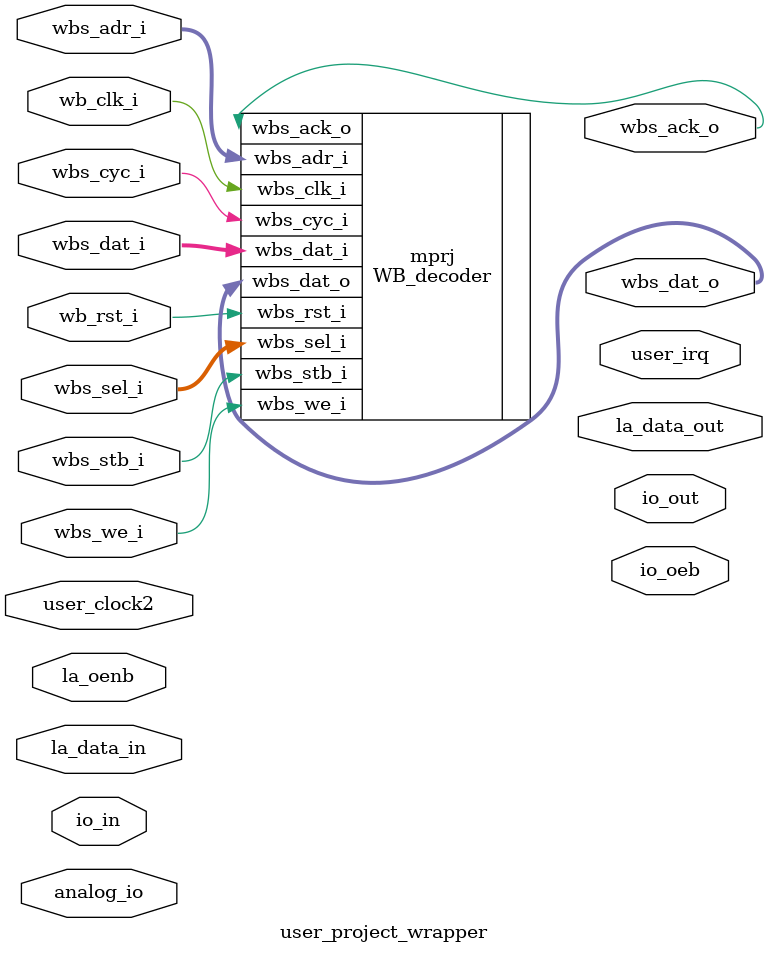
<source format=v>

`default_nettype wire
/*
 *-------------------------------------------------------------
 *
 * user_project_wrapper
 *
 * This wrapper enumerates all of the pins available to the
 * user for the user project.
 *
 * An example user project is provided in this wrapper.  The
 * example should be removed and replaced with the actual
 * user project.
 *
 *-------------------------------------------------------------
 */
`define MPRJ_IO_PADS_1 19	/* number of user GPIO pads on user1 side */
`define MPRJ_IO_PADS_2 19	/* number of user GPIO pads on user2 side */
`define MPRJ_IO_PADS (`MPRJ_IO_PADS_1 + `MPRJ_IO_PADS_2)

module user_project_wrapper #(
    parameter BITS = 32
) (
`ifdef USE_POWER_PINS
    inout vdda1,	// User area 1 3.3V supply
    inout vdda2,	// User area 2 3.3V supply
    inout vssa1,	// User area 1 analog ground
    inout vssa2,	// User area 2 analog ground
    inout vccd1,	// User area 1 1.8V supply
    inout vccd2,	// User area 2 1.8v supply
    inout vssd1,	// User area 1 digital ground
    inout vssd2,	// User area 2 digital ground
`endif

    // Wishbone Slave ports (WB MI A)
    input wb_clk_i,
    input wb_rst_i,
    input wbs_stb_i,
    input wbs_cyc_i,
    input wbs_we_i,
    input [3:0] wbs_sel_i,
    input [31:0] wbs_dat_i,
    input [31:0] wbs_adr_i,
    output wbs_ack_o,
    output [31:0] wbs_dat_o,

    // Logic Analyzer Signals
    input  [127:0] la_data_in,
    output [127:0] la_data_out,
    input  [127:0] la_oenb,

    // IOs
    input  [`MPRJ_IO_PADS-1:0] io_in,
    output [`MPRJ_IO_PADS-1:0] io_out,
    output [`MPRJ_IO_PADS-1:0] io_oeb,

    // Analog (direct connection to GPIO pad---use with caution)
    // Note that analog I/O is not available on the 7 lowest-numbered
    // GPIO pads, and so the analog_io indexing is offset from the
    // GPIO indexing by 7 (also upper 2 GPIOs do not have analog_io).
    inout [`MPRJ_IO_PADS-10:0] analog_io,

    // Independent clock (on independent integer divider)
    input   user_clock2,

    // User maskable interrupt signals
    output [2:0] user_irq
);

/*--------------------------------------*/
/* User project is instantiated  here   */
/*--------------------------------------*/

WB_decoder mprj (
`ifdef USE_POWER_PINS
	.vccd1(vccd1),	// User area 1 1.8V power
	.vssd1(vssd1),	// User area 1 digital ground
`endif

    .wbs_clk_i(wb_clk_i),
    .wbs_rst_i(wb_rst_i),

    // MGMT SoC Wishbone Slave

    .wbs_cyc_i(wbs_cyc_i),
    .wbs_stb_i(wbs_stb_i),
    .wbs_we_i(wbs_we_i),
    .wbs_sel_i(wbs_sel_i),
    .wbs_adr_i(wbs_adr_i),
    .wbs_dat_i(wbs_dat_i),
    .wbs_ack_o(wbs_ack_o),
    .wbs_dat_o(wbs_dat_o)
);

endmodule	// user_project_wrapper

`default_nettype wire

</source>
